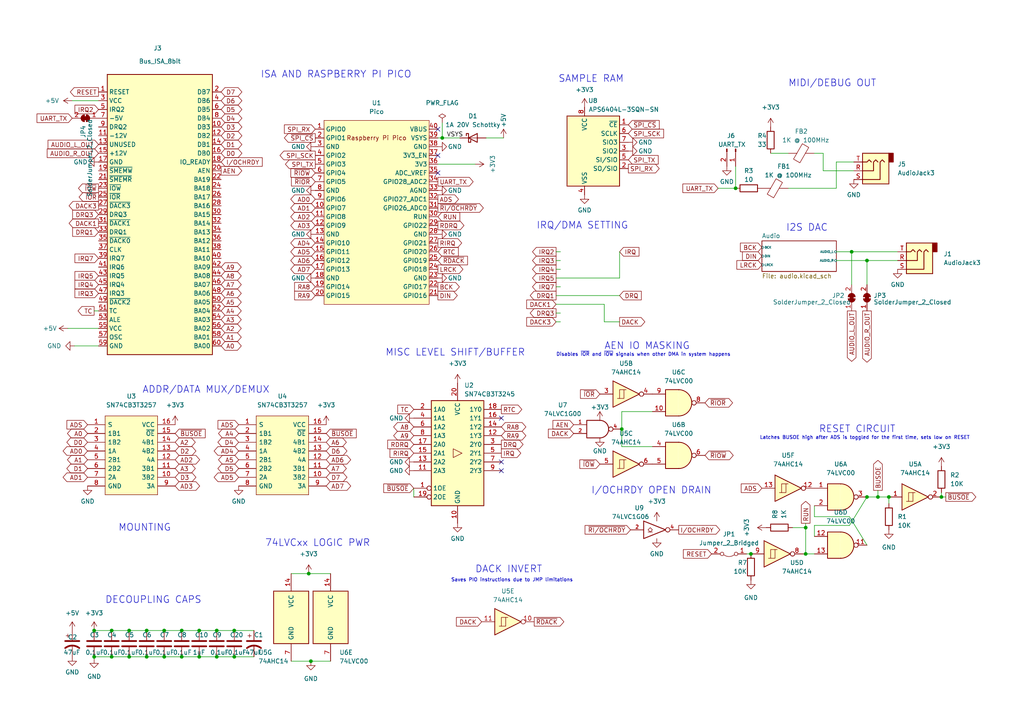
<source format=kicad_sch>
(kicad_sch (version 20230121) (generator eeschema)
  (paper "A4")
  (title_block (title "PicoGUS v1.1"))
  (junction (at 90.17 191.77))
  (junction (at 254.635 144.145))
  (junction (at 233.68 160.655))
  (junction (at 47.625 182.88))
  (junction (at 52.705 182.88))
  (junction (at 62.865 182.88))
  (junction (at 217.805 160.655))
  (junction (at 57.785 190.5))
  (junction (at 273.05 144.145))
  (junction (at 32.385 182.88))
  (junction (at 32.385 190.5))
  (junction (at 257.81 144.145))
  (junction (at 42.545 182.88))
  (junction (at 52.705 190.5))
  (junction (at 37.465 182.88))
  (junction (at 27.305 182.88))
  (junction (at 251.46 75.565))
  (junction (at 42.545 190.5))
  (junction (at 62.865 190.5))
  (junction (at 57.785 182.88))
  (junction (at 89.535 166.37))
  (junction (at 128.27 40.005))
  (junction (at 233.68 153.035))
  (junction (at 251.46 144.145))
  (junction (at 67.945 182.88))
  (junction (at 47.625 190.5))
  (junction (at 67.945 190.5))
  (junction (at 37.465 190.5))
  (junction (at 213.36 54.61))
  (junction (at 247.015 73.025))
  (junction (at 180.34 124.46))
  (junction (at 27.305 190.5))
  (no_connect (at 145.415 121.285))
  (no_connect (at 127 50.165))
  (no_connect (at 127 37.465))
  (no_connect (at 127 45.085))
  (no_connect (at 145.415 136.525))
  (no_connect (at 145.415 133.985))
  (wire (pts (xy 254.635 144.145) (xy 257.81 144.145)))
  (wire (pts (xy 242.57 75.565) (xy 251.46 75.565)))
  (wire (pts (xy 236.22 149.86) (xy 246.38 149.86)))
  (wire (pts (xy 161.29 88.265) (xy 175.26 88.265)))
  (wire (pts (xy 67.945 190.5) (xy 73.66 190.5)))
  (wire (pts (xy 223.52 44.45) (xy 228.6 44.45)))
  (wire (pts (xy 19.685 95.25) (xy 28.575 95.25)))
  (wire (pts (xy 161.29 75.565) (xy 162.56 75.565)))
  (wire (pts (xy 27.305 182.88) (xy 32.385 182.88)))
  (wire (pts (xy 161.29 93.345) (xy 162.56 93.345)))
  (wire (pts (xy 128.27 40.005) (xy 127 40.005)))
  (wire (pts (xy 213.36 48.26) (xy 213.36 54.61)))
  (wire (pts (xy 84.455 166.37) (xy 89.535 166.37)))
  (wire (pts (xy 238.76 49.53) (xy 247.65 49.53)))
  (wire (pts (xy 42.545 190.5) (xy 47.625 190.5)))
  (wire (pts (xy 90.17 191.77) (xy 95.885 191.77)))
  (wire (pts (xy 62.865 190.5) (xy 67.945 190.5)))
  (wire (pts (xy 216.535 160.655) (xy 217.805 160.655)))
  (wire (pts (xy 161.29 90.805) (xy 162.56 90.805)))
  (wire (pts (xy 236.22 149.86) (xy 236.22 146.685)))
  (wire (pts (xy 246.38 152.4) (xy 236.22 152.4)))
  (wire (pts (xy 242.57 46.99) (xy 247.65 46.99)))
  (wire (pts (xy 161.29 73.025) (xy 162.56 73.025)))
  (wire (pts (xy 257.81 144.145) (xy 258.445 144.145)))
  (wire (pts (xy 128.27 35.56) (xy 128.27 40.005)))
  (wire (pts (xy 20.955 29.21) (xy 28.575 29.21)))
  (wire (pts (xy 57.785 182.88) (xy 62.865 182.88)))
  (wire (pts (xy 161.29 78.105) (xy 162.56 78.105)))
  (wire (pts (xy 175.26 88.265) (xy 175.26 93.345)))
  (wire (pts (xy 273.05 142.875) (xy 273.05 144.145)))
  (wire (pts (xy 52.705 190.5) (xy 57.785 190.5)))
  (wire (pts (xy 89.535 166.37) (xy 95.885 166.37)))
  (wire (pts (xy 37.465 182.88) (xy 42.545 182.88)))
  (wire (pts (xy 161.29 85.725) (xy 179.705 85.725)))
  (wire (pts (xy 27.305 90.17) (xy 28.575 90.17)))
  (wire (pts (xy 208.28 54.61) (xy 213.36 54.61)))
  (wire (pts (xy 238.76 44.45) (xy 238.76 49.53)))
  (wire (pts (xy 27.305 190.5) (xy 32.385 190.5)))
  (wire (pts (xy 236.22 44.45) (xy 238.76 44.45)))
  (wire (pts (xy 236.22 152.4) (xy 236.22 155.575)))
  (wire (pts (xy 133.35 40.005) (xy 128.27 40.005)))
  (wire (pts (xy 21.59 100.33) (xy 28.575 100.33)))
  (wire (pts (xy 242.57 54.61) (xy 242.57 46.99)))
  (wire (pts (xy 47.625 190.5) (xy 52.705 190.5)))
  (wire (pts (xy 127 47.625) (xy 137.795 47.625)))
  (wire (pts (xy 32.385 190.5) (xy 37.465 190.5)))
  (wire (pts (xy 120.015 141.605) (xy 120.015 144.145)))
  (wire (pts (xy 247.015 73.025) (xy 247.015 82.55)))
  (wire (pts (xy 251.46 75.565) (xy 260.35 75.565)))
  (wire (pts (xy 42.545 182.88) (xy 47.625 182.88)))
  (wire (pts (xy 228.6 54.61) (xy 242.57 54.61)))
  (wire (pts (xy 247.015 73.025) (xy 260.35 73.025)))
  (wire (pts (xy 251.46 75.565) (xy 251.46 82.55)))
  (wire (pts (xy 175.26 93.345) (xy 179.705 93.345)))
  (wire (pts (xy 229.87 153.035) (xy 233.68 153.035)))
  (wire (pts (xy 67.945 182.88) (xy 73.66 182.88)))
  (wire (pts (xy 233.68 153.035) (xy 233.68 160.655)))
  (wire (pts (xy 161.29 80.645) (xy 179.705 80.645)))
  (wire (pts (xy 251.46 144.145) (xy 254.635 144.145)))
  (wire (pts (xy 180.34 129.54) (xy 189.23 129.54)))
  (wire (pts (xy 140.97 40.005) (xy 146.05 40.005)))
  (wire (pts (xy 179.705 80.645) (xy 179.705 73.025)))
  (wire (pts (xy 254.635 142.24) (xy 254.635 144.145)))
  (wire (pts (xy 233.68 160.655) (xy 236.22 160.655)))
  (wire (pts (xy 246.38 149.86) (xy 251.46 158.115)))
  (wire (pts (xy 251.46 144.145) (xy 246.38 152.4)))
  (wire (pts (xy 47.625 182.88) (xy 52.705 182.88)))
  (wire (pts (xy 189.23 119.38) (xy 180.34 119.38)))
  (wire (pts (xy 57.785 190.5) (xy 62.865 190.5)))
  (wire (pts (xy 37.465 190.5) (xy 42.545 190.5)))
  (wire (pts (xy 84.455 191.77) (xy 90.17 191.77)))
  (wire (pts (xy 233.045 160.655) (xy 233.68 160.655)))
  (wire (pts (xy 180.34 124.46) (xy 180.34 129.54)))
  (wire (pts (xy 52.705 182.88) (xy 57.785 182.88)))
  (wire (pts (xy 242.57 73.025) (xy 247.015 73.025)))
  (wire (pts (xy 257.81 144.145) (xy 257.81 146.05)))
  (wire (pts (xy 274.32 144.145) (xy 273.05 144.145)))
  (wire (pts (xy 62.865 182.88) (xy 67.945 182.88)))
  (wire (pts (xy 161.29 83.185) (xy 162.56 83.185)))
  (wire (pts (xy 32.385 182.88) (xy 37.465 182.88)))
  (wire (pts (xy 27.305 190.5) (xy 27.305 191.135)))
  (wire (pts (xy 180.34 119.38) (xy 180.34 124.46)))
  (wire (pts (xy 233.68 151.765) (xy 233.68 153.035)))
  (text "Saves PIO instructions due to JMP limitations" (at 130.81 168.91 0) (effects (font (size 1 1)) (justify left bottom)))
  (text "DECOUPLING CAPS" (at 30.48 175.26 0) (effects (font (size 2 2)) (justify left bottom)))
  (text "I2S DAC" (at 227.965 67.31 0) (effects (font (size 2 2)) (justify left bottom)))
  (text "Disables ~{IOR} and ~{IOW} signals when other DMA in system happens" (at 161.29 103.505 0) (effects (font (size 1 1)) (justify left bottom)))
  (text "Latches BUSOE high after ADS is toggled for the first time, sets low on RESET" (at 220.345 127.635 0) (effects (font (size 1 1)) (justify left bottom)))
  (text "MIDI/DEBUG OUT" (at 228.6 25.4 0) (effects (font (size 2 2)) (justify left bottom)))
  (text "MOUNTING" (at 34.29 154.305 0) (effects (font (size 2 2)) (justify left bottom)))
  (text "MISC LEVEL SHIFT/BUFFER" (at 111.76 103.505 0) (effects (font (size 2 2)) (justify left bottom)))
  (text "IRQ/DMA SETTING" (at 155.575 66.675 0) (effects (font (size 2 2)) (justify left bottom)))
  (text "DACK INVERT" (at 137.795 166.37 0) (effects (font (size 2 2)) (justify left bottom)))
  (text "ADDR/DATA MUX/DEMUX" (at 41.275 114.3 0) (effects (font (size 2 2)) (justify left bottom)))
  (text "SAMPLE RAM" (at 161.925 24.13 0) (effects (font (size 2 2)) (justify left bottom)))
  (text "AEN IO MASKING" (at 175.26 101.6 0) (effects (font (size 2 2)) (justify left bottom)))
  (text "ISA AND RASPBERRY PI PICO" (at 75.565 22.86 0) (effects (font (size 2 2)) (justify left bottom)))
  (text "RESET CIRCUIT" (at 237.49 125.73 0) (effects (font (size 2 2)) (justify left bottom)))
  (text "I/OCHRDY OPEN DRAIN" (at 171.45 143.51 0) (effects (font (size 2 2)) (justify left bottom)))
  (text "74LVCxx LOGIC PWR" (at 76.835 158.75 0) (effects (font (size 2 2)) (justify left bottom)))
  (label "VSYS" (at 129.54 40.005 0))
  (global_label "AUDIO_R_OUT" (shape output) (at 251.46 90.17 270) (property "Intersheetrefs" "${INTERSHEET_REFS}" (effects hide)))
  (global_label "~{BUSOE}" (shape input) (at 50.8 125.73 0) (property "Intersheetrefs" "${INTERSHEET_REFS}" (effects hide)))
  (global_label "IRQ3" (shape input) (at 28.575 85.09 180) (property "Intersheetrefs" "${INTERSHEET_REFS}" (effects hide)))
  (global_label "RUN" (shape output) (at 233.68 151.765 90) (property "Intersheetrefs" "${INTERSHEET_REFS}" (effects hide)))
  (global_label "A9" (shape bidirectional) (at 64.135 77.47 0) (property "Intersheetrefs" "${INTERSHEET_REFS}" (effects hide)))
  (global_label "D0" (shape bidirectional) (at 64.135 44.45 0) (property "Intersheetrefs" "${INTERSHEET_REFS}" (effects hide)))
  (global_label "D6" (shape bidirectional) (at 94.615 130.81 0) (property "Intersheetrefs" "${INTERSHEET_REFS}" (effects hide)))
  (global_label "LRCK" (shape output) (at 127 78.105 0) (property "Intersheetrefs" "${INTERSHEET_REFS}" (effects hide)))
  (global_label "~{BUSOE}" (shape output) (at 274.32 144.145 0) (property "Intersheetrefs" "${INTERSHEET_REFS}" (effects hide)))
  (global_label "ADS" (shape input) (at 220.98 141.605 180) (property "Intersheetrefs" "${INTERSHEET_REFS}" (effects hide)))
  (global_label "IRQ" (shape input) (at 179.705 73.025 0) (property "Intersheetrefs" "${INTERSHEET_REFS}" (effects hide)))
  (global_label "A0" (shape bidirectional) (at 64.135 100.33 0) (property "Intersheetrefs" "${INTERSHEET_REFS}" (effects hide)))
  (global_label "AUDIO_L_OUT" (shape output) (at 247.015 90.17 270) (property "Intersheetrefs" "${INTERSHEET_REFS}" (effects hide)))
  (global_label "AD6" (shape bidirectional) (at 94.615 133.35 0) (property "Intersheetrefs" "${INTERSHEET_REFS}" (effects hide)))
  (global_label "A1" (shape bidirectional) (at 64.135 97.79 0) (property "Intersheetrefs" "${INTERSHEET_REFS}" (effects hide)))
  (global_label "A3" (shape bidirectional) (at 50.8 135.89 0) (property "Intersheetrefs" "${INTERSHEET_REFS}" (effects hide)))
  (global_label "D5" (shape bidirectional) (at 69.215 135.89 180) (property "Intersheetrefs" "${INTERSHEET_REFS}" (effects hide)))
  (global_label "~{RIOR}" (shape input) (at 91.44 52.705 180) (property "Intersheetrefs" "${INTERSHEET_REFS}" (effects hide)))
  (global_label "DACK" (shape input) (at 139.7 180.34 180) (property "Intersheetrefs" "${INTERSHEET_REFS}" (effects hide)))
  (global_label "D7" (shape bidirectional) (at 94.615 138.43 0) (property "Intersheetrefs" "${INTERSHEET_REFS}" (effects hide)))
  (global_label "RTC" (shape output) (at 145.415 118.745 0) (property "Intersheetrefs" "${INTERSHEET_REFS}" (effects hide)))
  (global_label "IRQ3" (shape output) (at 161.29 75.565 180) (property "Intersheetrefs" "${INTERSHEET_REFS}" (effects hide)))
  (global_label "D4" (shape bidirectional) (at 69.215 128.27 180) (property "Intersheetrefs" "${INTERSHEET_REFS}" (effects hide)))
  (global_label "~{RIOR}" (shape bidirectional) (at 204.47 116.84 0) (property "Intersheetrefs" "${INTERSHEET_REFS}" (effects hide)))
  (global_label "UART_TX" (shape output) (at 127 52.705 0) (property "Intersheetrefs" "${INTERSHEET_REFS}" (effects hide)))
  (global_label "~{SPI_CS}" (shape input) (at 182.245 36.195 0) (property "Intersheetrefs" "${INTERSHEET_REFS}" (effects hide)))
  (global_label "D2" (shape bidirectional) (at 64.135 39.37 0) (property "Intersheetrefs" "${INTERSHEET_REFS}" (effects hide)))
  (global_label "RDRQ" (shape input) (at 120.015 128.905 180) (property "Intersheetrefs" "${INTERSHEET_REFS}" (effects hide)))
  (global_label "DACK1" (shape output) (at 28.575 64.77 180) (property "Intersheetrefs" "${INTERSHEET_REFS}" (effects hide)))
  (global_label "AD4" (shape bidirectional) (at 69.215 130.81 180) (property "Intersheetrefs" "${INTERSHEET_REFS}" (effects hide)))
  (global_label "D1" (shape bidirectional) (at 64.135 41.91 0) (property "Intersheetrefs" "${INTERSHEET_REFS}" (effects hide)))
  (global_label "DIN" (shape input) (at 220.98 74.295 180) (property "Intersheetrefs" "${INTERSHEET_REFS}" (effects hide)))
  (global_label "D1" (shape bidirectional) (at 25.4 135.89 180) (property "Intersheetrefs" "${INTERSHEET_REFS}" (effects hide)))
  (global_label "~{BUSOE}" (shape input) (at 120.015 141.605 180) (property "Intersheetrefs" "${INTERSHEET_REFS}" (effects hide)))
  (global_label "I{slash}OCHRDY" (shape output) (at 196.85 153.67 0) (property "Intersheetrefs" "${INTERSHEET_REFS}" (effects hide)))
  (global_label "AD1" (shape bidirectional) (at 91.44 60.325 180) (property "Intersheetrefs" "${INTERSHEET_REFS}" (effects hide)))
  (global_label "DRQ3" (shape input) (at 28.575 62.23 180) (property "Intersheetrefs" "${INTERSHEET_REFS}" (effects hide)))
  (global_label "TC" (shape input) (at 120.015 118.745 180) (property "Intersheetrefs" "${INTERSHEET_REFS}" (effects hide)))
  (global_label "~{RI{slash}OCHRDY}" (shape input) (at 182.88 153.67 180) (property "Intersheetrefs" "${INTERSHEET_REFS}" (effects hide)))
  (global_label "A8" (shape bidirectional) (at 64.135 80.01 0) (property "Intersheetrefs" "${INTERSHEET_REFS}" (effects hide)))
  (global_label "AD2" (shape bidirectional) (at 50.8 133.35 0) (property "Intersheetrefs" "${INTERSHEET_REFS}" (effects hide)))
  (global_label "SPI_SCK" (shape input) (at 182.245 38.735 0) (property "Intersheetrefs" "${INTERSHEET_REFS}" (effects hide)))
  (global_label "DACK" (shape output) (at 179.705 93.345 0) (property "Intersheetrefs" "${INTERSHEET_REFS}" (effects hide)))
  (global_label "BCK" (shape input) (at 220.98 71.755 180) (property "Intersheetrefs" "${INTERSHEET_REFS}" (effects hide)))
  (global_label "DACK1" (shape input) (at 161.29 88.265 180) (property "Intersheetrefs" "${INTERSHEET_REFS}" (effects hide)))
  (global_label "BUSOE" (shape output) (at 254.635 142.24 90) (property "Intersheetrefs" "${INTERSHEET_REFS}" (effects hide)))
  (global_label "IRQ" (shape output) (at 145.415 131.445 0) (property "Intersheetrefs" "${INTERSHEET_REFS}" (effects hide)))
  (global_label "A4" (shape bidirectional) (at 69.215 125.73 180) (property "Intersheetrefs" "${INTERSHEET_REFS}" (effects hide)))
  (global_label "A6" (shape bidirectional) (at 64.135 85.09 0) (property "Intersheetrefs" "${INTERSHEET_REFS}" (effects hide)))
  (global_label "DACK3" (shape output) (at 28.575 59.69 180) (property "Intersheetrefs" "${INTERSHEET_REFS}" (effects hide)))
  (global_label "UART_TX" (shape input) (at 20.955 34.29 180) (property "Intersheetrefs" "${INTERSHEET_REFS}" (effects hide)))
  (global_label "~{SPI_CS}" (shape output) (at 91.44 40.005 180) (property "Intersheetrefs" "${INTERSHEET_REFS}" (effects hide)))
  (global_label "~{IOW}" (shape input) (at 173.99 134.62 180) (property "Intersheetrefs" "${INTERSHEET_REFS}" (effects hide)))
  (global_label "AD1" (shape bidirectional) (at 25.4 138.43 180) (property "Intersheetrefs" "${INTERSHEET_REFS}" (effects hide)))
  (global_label "DRQ1" (shape output) (at 161.29 85.725 180) (property "Intersheetrefs" "${INTERSHEET_REFS}" (effects hide)))
  (global_label "IRQ7" (shape output) (at 161.29 83.185 180) (property "Intersheetrefs" "${INTERSHEET_REFS}" (effects hide)))
  (global_label "D3" (shape bidirectional) (at 50.8 138.43 0) (property "Intersheetrefs" "${INTERSHEET_REFS}" (effects hide)))
  (global_label "A2" (shape bidirectional) (at 64.135 95.25 0) (property "Intersheetrefs" "${INTERSHEET_REFS}" (effects hide)))
  (global_label "AD0" (shape bidirectional) (at 91.44 57.785 180) (property "Intersheetrefs" "${INTERSHEET_REFS}" (effects hide)))
  (global_label "A4" (shape bidirectional) (at 64.135 90.17 0) (property "Intersheetrefs" "${INTERSHEET_REFS}" (effects hide)))
  (global_label "IRQ7" (shape input) (at 28.575 74.93 180) (property "Intersheetrefs" "${INTERSHEET_REFS}" (effects hide)))
  (global_label "RA8" (shape bidirectional) (at 145.415 123.825 0) (property "Intersheetrefs" "${INTERSHEET_REFS}" (effects hide)))
  (global_label "D7" (shape bidirectional) (at 64.135 26.67 0) (property "Intersheetrefs" "${INTERSHEET_REFS}" (effects hide)))
  (global_label "AEN" (shape input) (at 166.37 123.19 180) (property "Intersheetrefs" "${INTERSHEET_REFS}" (effects hide)))
  (global_label "IRQ5" (shape output) (at 161.29 80.645 180) (property "Intersheetrefs" "${INTERSHEET_REFS}" (effects hide)))
  (global_label "~{RDACK}" (shape output) (at 154.94 180.34 0) (property "Intersheetrefs" "${INTERSHEET_REFS}" (effects hide)))
  (global_label "DIN" (shape output) (at 127 85.725 0) (property "Intersheetrefs" "${INTERSHEET_REFS}" (effects hide)))
  (global_label "AD3" (shape bidirectional) (at 50.8 140.97 0) (property "Intersheetrefs" "${INTERSHEET_REFS}" (effects hide)))
  (global_label "~{IOW}" (shape output) (at 28.575 54.61 180) (property "Intersheetrefs" "${INTERSHEET_REFS}" (effects hide)))
  (global_label "~{IOR}" (shape output) (at 28.575 57.15 180) (property "Intersheetrefs" "${INTERSHEET_REFS}" (effects hide)))
  (global_label "A2" (shape bidirectional) (at 50.8 128.27 0) (property "Intersheetrefs" "${INTERSHEET_REFS}" (effects hide)))
  (global_label "~{RI{slash}OCHRDY}" (shape output) (at 127 60.325 0) (property "Intersheetrefs" "${INTERSHEET_REFS}" (effects hide)))
  (global_label "ADS" (shape input) (at 25.4 123.19 180) (property "Intersheetrefs" "${INTERSHEET_REFS}" (effects hide)))
  (global_label "DRQ1" (shape input) (at 28.575 67.31 180) (property "Intersheetrefs" "${INTERSHEET_REFS}" (effects hide)))
  (global_label "AD2" (shape bidirectional) (at 91.44 62.865 180) (property "Intersheetrefs" "${INTERSHEET_REFS}" (effects hide)))
  (global_label "SPI_TX" (shape input) (at 182.245 46.355 0) (property "Intersheetrefs" "${INTERSHEET_REFS}" (effects hide)))
  (global_label "A0" (shape bidirectional) (at 25.4 125.73 180) (property "Intersheetrefs" "${INTERSHEET_REFS}" (effects hide)))
  (global_label "RESET" (shape input) (at 206.375 160.655 180) (property "Intersheetrefs" "${INTERSHEET_REFS}" (effects hide)))
  (global_label "AD6" (shape bidirectional) (at 91.44 75.565 180) (property "Intersheetrefs" "${INTERSHEET_REFS}" (effects hide)))
  (global_label "AD4" (shape bidirectional) (at 91.44 70.485 180) (property "Intersheetrefs" "${INTERSHEET_REFS}" (effects hide)))
  (global_label "~{RIOW}" (shape input) (at 91.44 50.165 180) (property "Intersheetrefs" "${INTERSHEET_REFS}" (effects hide)))
  (global_label "D5" (shape bidirectional) (at 64.135 31.75 0) (property "Intersheetrefs" "${INTERSHEET_REFS}" (effects hide)))
  (global_label "IRQ4" (shape input) (at 28.575 82.55 180) (property "Intersheetrefs" "${INTERSHEET_REFS}" (effects hide)))
  (global_label "D2" (shape bidirectional) (at 50.8 130.81 0) (property "Intersheetrefs" "${INTERSHEET_REFS}" (effects hide)))
  (global_label "AD0" (shape bidirectional) (at 25.4 130.81 180) (property "Intersheetrefs" "${INTERSHEET_REFS}" (effects hide)))
  (global_label "IRQ2" (shape input) (at 28.575 31.75 180) (property "Intersheetrefs" "${INTERSHEET_REFS}" (effects hide)))
  (global_label "LRCK" (shape input) (at 220.98 76.835 180) (property "Intersheetrefs" "${INTERSHEET_REFS}" (effects hide)))
  (global_label "RA8" (shape input) (at 91.44 83.185 180) (property "Intersheetrefs" "${INTERSHEET_REFS}" (effects hide)))
  (global_label "SPI_RX" (shape input) (at 91.44 37.465 180) (property "Intersheetrefs" "${INTERSHEET_REFS}" (effects hide)))
  (global_label "RA9" (shape bidirectional) (at 145.415 126.365 0) (property "Intersheetrefs" "${INTERSHEET_REFS}" (effects hide)))
  (global_label "SPI_SCK" (shape output) (at 91.44 45.085 180) (property "Intersheetrefs" "${INTERSHEET_REFS}" (effects hide)))
  (global_label "RIRQ" (shape output) (at 127 70.485 0) (property "Intersheetrefs" "${INTERSHEET_REFS}" (effects hide)))
  (global_label "TC" (shape output) (at 27.305 90.17 180) (property "Intersheetrefs" "${INTERSHEET_REFS}" (effects hide)))
  (global_label "A7" (shape bidirectional) (at 64.135 82.55 0) (property "Intersheetrefs" "${INTERSHEET_REFS}" (effects hide)))
  (global_label "SPI_RX" (shape output) (at 182.245 48.895 0) (property "Intersheetrefs" "${INTERSHEET_REFS}" (effects hide)))
  (global_label "A5" (shape bidirectional) (at 69.215 133.35 180) (property "Intersheetrefs" "${INTERSHEET_REFS}" (effects hide)))
  (global_label "RESET" (shape output) (at 28.575 26.67 180) (property "Intersheetrefs" "${INTERSHEET_REFS}" (effects hide)))
  (global_label "RDRQ" (shape output) (at 127 65.405 0) (property "Intersheetrefs" "${INTERSHEET_REFS}" (effects hide)))
  (global_label "AUDIO_R_OUT" (shape input) (at 28.575 44.45 180) (property "Intersheetrefs" "${INTERSHEET_REFS}" (effects hide)))
  (global_label "AUDIO_L_OUT" (shape input) (at 28.575 41.91 180) (property "Intersheetrefs" "${INTERSHEET_REFS}" (effects hide)))
  (global_label "D4" (shape bidirectional) (at 64.135 34.29 0) (property "Intersheetrefs" "${INTERSHEET_REFS}" (effects hide)))
  (global_label "I{slash}OCHRDY" (shape input) (at 64.135 46.99 0) (property "Intersheetrefs" "${INTERSHEET_REFS}" (effects hide)))
  (global_label "AD3" (shape bidirectional) (at 91.44 65.405 180) (property "Intersheetrefs" "${INTERSHEET_REFS}" (effects hide)))
  (global_label "AEN" (shape output) (at 64.135 49.53 0) (property "Intersheetrefs" "${INTERSHEET_REFS}" (effects hide)))
  (global_label "RIRQ" (shape input) (at 120.015 131.445 180) (property "Intersheetrefs" "${INTERSHEET_REFS}" (effects hide)))
  (global_label "AD7" (shape bidirectional) (at 91.44 78.105 180) (property "Intersheetrefs" "${INTERSHEET_REFS}" (effects hide)))
  (global_label "DRQ" (shape output) (at 145.415 128.905 0) (property "Intersheetrefs" "${INTERSHEET_REFS}" (effects hide)))
  (global_label "A9" (shape bidirectional) (at 120.015 126.365 180) (property "Intersheetrefs" "${INTERSHEET_REFS}" (effects hide)))
  (global_label "ADS" (shape input) (at 69.215 123.19 180) (property "Intersheetrefs" "${INTERSHEET_REFS}" (effects hide)))
  (global_label "D3" (shape bidirectional) (at 64.135 36.83 0) (property "Intersheetrefs" "${INTERSHEET_REFS}" (effects hide)))
  (global_label "A1" (shape bidirectional) (at 25.4 133.35 180) (property "Intersheetrefs" "${INTERSHEET_REFS}" (effects hide)))
  (global_label "A5" (shape bidirectional) (at 64.135 87.63 0) (property "Intersheetrefs" "${INTERSHEET_REFS}" (effects hide)))
  (global_label "DACK3" (shape input) (at 161.29 93.345 180) (property "Intersheetrefs" "${INTERSHEET_REFS}" (effects hide)))
  (global_label "A7" (shape bidirectional) (at 94.615 135.89 0) (property "Intersheetrefs" "${INTERSHEET_REFS}" (effects hide)))
  (global_label "~{IOR}" (shape input) (at 173.99 114.3 180) (property "Intersheetrefs" "${INTERSHEET_REFS}" (effects hide)))
  (global_label "~{BUSOE}" (shape input) (at 94.615 125.73 0) (property "Intersheetrefs" "${INTERSHEET_REFS}" (effects hide)))
  (global_label "BCK" (shape output) (at 127 83.185 0) (property "Intersheetrefs" "${INTERSHEET_REFS}" (effects hide)))
  (global_label "ADS" (shape output) (at 127 57.785 0) (property "Intersheetrefs" "${INTERSHEET_REFS}" (effects hide)))
  (global_label "IRQ4" (shape output) (at 161.29 78.105 180) (property "Intersheetrefs" "${INTERSHEET_REFS}" (effects hide)))
  (global_label "~{RDACK}" (shape input) (at 127 75.565 0) (property "Intersheetrefs" "${INTERSHEET_REFS}" (effects hide)))
  (global_label "RTC" (shape input) (at 127 73.025 0) (property "Intersheetrefs" "${INTERSHEET_REFS}" (effects hide)))
  (global_label "DRQ" (shape input) (at 179.705 85.725 0) (property "Intersheetrefs" "${INTERSHEET_REFS}" (effects hide)))
  (global_label "D6" (shape bidirectional) (at 64.135 29.21 0) (property "Intersheetrefs" "${INTERSHEET_REFS}" (effects hide)))
  (global_label "D0" (shape bidirectional) (at 25.4 128.27 180) (property "Intersheetrefs" "${INTERSHEET_REFS}" (effects hide)))
  (global_label "RUN" (shape input) (at 127 62.865 0) (property "Intersheetrefs" "${INTERSHEET_REFS}" (effects hide)))
  (global_label "AD5" (shape bidirectional) (at 69.215 138.43 180) (property "Intersheetrefs" "${INTERSHEET_REFS}" (effects hide)))
  (global_label "IRQ2" (shape output) (at 161.29 73.025 180) (property "Intersheetrefs" "${INTERSHEET_REFS}" (effects hide)))
  (global_label "A3" (shape bidirectional) (at 64.135 92.71 0) (property "Intersheetrefs" "${INTERSHEET_REFS}" (effects hide)))
  (global_label "DRQ3" (shape output) (at 161.29 90.805 180) (property "Intersheetrefs" "${INTERSHEET_REFS}" (effects hide)))
  (global_label "A6" (shape bidirectional) (at 94.615 128.27 0) (property "Intersheetrefs" "${INTERSHEET_REFS}" (effects hide)))
  (global_label "AD5" (shape bidirectional) (at 91.44 73.025 180) (property "Intersheetrefs" "${INTERSHEET_REFS}" (effects hide)))
  (global_label "UART_TX" (shape input) (at 208.28 54.61 180) (property "Intersheetrefs" "${INTERSHEET_REFS}" (effects hide)))
  (global_label "AD7" (shape bidirectional) (at 94.615 140.97 0) (property "Intersheetrefs" "${INTERSHEET_REFS}" (effects hide)))
  (global_label "~{RIOW}" (shape bidirectional) (at 204.47 132.08 0) (property "Intersheetrefs" "${INTERSHEET_REFS}" (effects hide)))
  (global_label "IRQ5" (shape input) (at 28.575 80.01 180) (property "Intersheetrefs" "${INTERSHEET_REFS}" (effects hide)))
  (global_label "DACK" (shape input) (at 166.37 125.73 180) (property "Intersheetrefs" "${INTERSHEET_REFS}" (effects hide)))
  (global_label "A8" (shape bidirectional) (at 120.015 123.825 180) (property "Intersheetrefs" "${INTERSHEET_REFS}" (effects hide)))
  (global_label "RA9" (shape input) (at 91.44 85.725 180) (property "Intersheetrefs" "${INTERSHEET_REFS}" (effects hide)))
  (global_label "SPI_TX" (shape output) (at 91.44 47.625 180) (property "Intersheetrefs" "${INTERSHEET_REFS}" (effects hide)))
  (symbol (lib_id "Connector:Bus_ISA_8bit") (at 46.355 62.23 0) (unit 1)
    (property "Reference" "J3" (at 45.72 13.97 0))
    (property "Value" "Bus_ISA_8bit" (at 46.355 17.78 0))
    (property "Footprint" "PiGUS library:EDGE-60" (effects hide))
    (property "Datasheet" "https://en.wikipedia.org/wiki/Industry_Standard_Architecture" (effects hide))
  )
  (symbol (lib_id "power:+3.3V") (at 50.8 123.19 0) (unit 1)
    (property "Reference" "#PWR016" (effects hide))
    (property "Value" "+3.3V" (at 50.8 117.475 0))
  )
  (symbol (lib_id "Device:R") (at 273.05 139.065 0) (unit 1)
    (property "Reference" "R2" (at 275.59 137.7949 0) (effects (justify left)))
    (property "Value" "10K" (at 275.59 140.3349 0) (effects (justify left)))
    (property "Footprint" "Resistor_SMD:R_0402_1005Metric" (effects hide))
  )
  (symbol (lib_id "power:GND") (at 69.215 140.97 0) (unit 1)
    (property "Reference" "#PWR0108" (effects hide))
    (property "Value" "GND" (at 69.215 145.415 0))
  )
  (symbol (lib_id "power:+3.3V") (at 173.99 121.92 0) (unit 1)
    (property "Reference" "#PWR0115" (effects hide))
    (property "Value" "+3.3V" (at 173.99 118.11 0))
  )
  (symbol (lib_id "Jumper:SolderJumper_2_Bridged") (at 24.765 34.29 180) (unit 1)
    (property "Reference" "JP4" (at 24.13 40.005 90) (effects (justify right)))
    (property "Value" "SolderJumper_2_Closed" (at 26.035 57.15 90) (effects (justify right)))
    (property "Footprint" "Jumper:SolderJumper-2_P1.3mm_Bridged_RoundedPad1.0x1.5mm" (effects hide))
  )
  (symbol (lib_id "Connector_Audio:AudioJack3") (at 252.73 49.53 180) (unit 1)
    (property "Reference" "J5" (at 260.35 47.625 0) (effects (justify right)))
    (property "Value" "AudioJack3" (at 260.35 50.165 0) (effects (justify right)))
    (property "Footprint" "PiGUS library:PJ-231F-4A" (effects hide))
  )
  (symbol (lib_id "power:GND") (at 120.015 133.985 270) (unit 1)
    (property "Reference" "#PWR0118" (effects hide))
    (property "Value" "GND" (at 114.935 133.985 90))
  )
  (symbol (lib_id "Device:R") (at 226.06 153.035 270) (unit 1)
    (property "Reference" "R8" (at 224.79 150.495 0) (effects (justify right)))
    (property "Value" "1K" (at 227.33 150.495 0) (effects (justify right)))
    (property "Footprint" "Resistor_SMD:R_0402_1005Metric" (effects hide))
  )
  (symbol (lib_id "Jumper:SolderJumper_2_Bridged") (at 247.015 86.36 90) (unit 1)
    (property "Reference" "JP2" (at 241.3 85.725 90) (effects (justify right)))
    (property "Value" "SolderJumper_2_Closed" (at 224.155 87.63 90) (effects (justify right)))
    (property "Footprint" "Jumper:SolderJumper-2_P1.3mm_Bridged_RoundedPad1.0x1.5mm" (effects hide))
  )
  (symbol (lib_id "power:GND") (at 20.955 190.5 0) (unit 1)
    (property "Reference" "#PWR0150" (effects hide))
    (property "Value" "GND" (at 20.955 194.945 0))
  )
  (symbol (lib_id "Device:D_Schottky") (at 137.16 40.005 0) (unit 1)
    (property "Reference" "D1" (at 137.16 33.655 0))
    (property "Value" "1A 20V Schottky" (at 137.16 36.195 0))
    (property "Footprint" "Diode_SMD:D_SOD-123F" (effects hide))
  )
  (symbol (lib_id "power:GND") (at 25.4 140.97 0) (unit 1)
    (property "Reference" "#PWR0103" (effects hide))
    (property "Value" "GND" (at 25.4 145.415 0))
  )
  (symbol (lib_id "power:PWR_FLAG") (at 128.27 35.56 0) (unit 1)
    (property "Reference" "#FLG0101" (effects hide))
    (property "Value" "PWR_FLAG" (at 128.27 29.845 0))
  )
  (symbol (lib_id "Device:C") (at 62.865 186.69 0) (unit 1)
    (property "Reference" "C9" (at 61.595 184.15 0) (effects (justify left)))
    (property "Value" "0.1uF" (at 60.96 189.23 0) (effects (justify left)))
    (property "Footprint" "Capacitor_SMD:C_0402_1005Metric" (effects hide))
  )
  (symbol (lib_id "power:GND") (at 257.81 153.67 0) (unit 1)
    (property "Reference" "#PWR0102" (effects hide))
    (property "Value" "GND" (at 257.81 158.75 0))
  )
  (symbol (lib_id "power:GND") (at 210.82 48.26 0) (unit 1)
    (property "Reference" "#PWR0106" (effects hide))
    (property "Value" "GND" (at 210.82 52.705 0))
  )
  (symbol (lib_id "power:GND") (at 182.245 41.275 90) (unit 1)
    (property "Reference" "#PWR08" (effects hide))
    (property "Value" "GND" (at 189.23 41.275 90) (effects (justify left)))
  )
  (symbol (lib_id "Device:C") (at 52.705 186.69 0) (unit 1)
    (property "Reference" "C8" (at 51.435 184.15 0) (effects (justify left)))
    (property "Value" "0.1uF" (at 50.165 189.23 0) (effects (justify left)))
    (property "Footprint" "Capacitor_SMD:C_0402_1005Metric" (effects hide))
  )
  (symbol (lib_id "74xx:74LS14") (at 181.61 134.62 0) (unit 3)
    (property "Reference" "U5" (at 181.61 125.73 0))
    (property "Value" "74AHC14" (at 181.61 128.27 0))
    (property "Footprint" "Package_SO:TSSOP-14_4.4x5mm_P0.65mm" (effects hide))
    (property "Datasheet" "https://www.ti.com/product/SN74AHC14" (effects hide))
  )
  (symbol (lib_id "Device:C") (at 67.945 186.69 0) (unit 1)
    (property "Reference" "C20" (at 66.675 184.15 0) (effects (justify left)))
    (property "Value" "0.1uF" (at 66.04 189.23 0) (effects (justify left)))
    (property "Footprint" "Capacitor_SMD:C_0402_1005Metric" (effects hide))
  )
  (symbol (lib_id "power:GND") (at 91.44 67.945 270) (unit 1)
    (property "Reference" "#PWR03" (effects hide))
    (property "Value" "GND" (at 84.455 67.945 90) (effects (justify left)))
  )
  (symbol (lib_id "74xx:74HC244") (at 132.715 131.445 0) (unit 1)
    (property "Reference" "U2" (at 134.6709 111.76 0) (effects (justify left)))
    (property "Value" "SN74CB3T3245" (at 134.6709 114.3 0) (effects (justify left)))
    (property "Footprint" "Package_SO:TSSOP-20_4.4x6.5mm_P0.65mm" (effects hide))
    (property "Datasheet" "https://assets.nexperia.com/documents/data-sheet/74LVC_LVCH244A.pdf" (effects hide))
  )
  (symbol (lib_id "Device:C") (at 27.305 186.69 0) (unit 1)
    (property "Reference" "C3" (at 26.035 184.15 0) (effects (justify left)))
    (property "Value" "0.1uF" (at 24.765 189.23 0) (effects (justify left)))
    (property "Footprint" "Capacitor_SMD:C_0402_1005Metric" (effects hide))
  )
  (symbol (lib_id "74xx:74LS14") (at 181.61 114.3 0) (unit 2)
    (property "Reference" "U5" (at 181.61 105.41 0))
    (property "Value" "74AHC14" (at 181.61 107.95 0))
    (property "Footprint" "Package_SO:TSSOP-14_4.4x5mm_P0.65mm" (effects hide))
    (property "Datasheet" "https://www.ti.com/product/SN74AHC14" (effects hide))
  )
  (symbol (lib_id "power:+3.3V") (at 273.05 135.255 0) (unit 1)
    (property "Reference" "#PWR0105" (effects hide))
    (property "Value" "+3.3V" (at 273.05 129.54 0))
  )
  (symbol (lib_id "PiGUS library:Pico") (at 109.22 61.595 0) (unit 1)
    (property "Reference" "U1" (at 109.22 29.845 0))
    (property "Value" "Pico" (at 109.22 32.385 0))
    (property "Footprint" "PiGUS library:RPi_Pico_SMD_TH" (effects hide))
  )
  (symbol (lib_id "Device:C") (at 32.385 186.69 0) (unit 1)
    (property "Reference" "C4" (at 31.115 184.15 0) (effects (justify left)))
    (property "Value" "0.1uF" (at 29.845 189.23 0) (effects (justify left)))
    (property "Footprint" "Capacitor_SMD:C_0402_1005Metric" (effects hide))
  )
  (symbol (lib_id "74xx:74LS00") (at 196.85 116.84 0) (unit 3)
    (property "Reference" "U6" (at 196.85 107.95 0))
    (property "Value" "74LVC00" (at 196.85 110.49 0))
    (property "Footprint" "Package_SO:TSSOP-14_4.4x5mm_P0.65mm" (effects hide))
    (property "Datasheet" "http://www.ti.com/lit/gpn/sn74lvc00a" (effects hide))
  )
  (symbol (lib_id "power:+3.3V") (at 190.5 151.13 0) (unit 1)
    (property "Reference" "#PWR0120" (effects hide))
    (property "Value" "+3.3V" (at 190.5 145.415 0))
  )
  (symbol (lib_id "74xx:74LS14") (at 228.6 141.605 0) (unit 6)
    (property "Reference" "U5" (at 228.6 132.08 0))
    (property "Value" "74AHC14" (at 228.6 134.62 0))
    (property "Footprint" "Package_SO:TSSOP-14_4.4x5mm_P0.65mm" (effects hide))
    (property "Datasheet" "https://www.ti.com/product/SN74AHC14" (effects hide))
  )
  (symbol (lib_id "power:GND") (at 190.5 156.21 0) (unit 1)
    (property "Reference" "#PWR0119" (effects hide))
    (property "Value" "GND" (at 190.5 160.655 0))
  )
  (symbol (lib_id "power:GND") (at 217.805 168.275 0) (unit 1)
    (property "Reference" "#PWR028" (effects hide))
    (property "Value" "GND" (at 217.805 173.355 0))
  )
  (symbol (lib_id "74xx:74LS00") (at 243.84 144.145 0) (unit 1)
    (property "Reference" "U6" (at 243.84 134.62 0))
    (property "Value" "74LVC00" (at 243.84 137.16 0))
    (property "Footprint" "Package_SO:TSSOP-14_4.4x5mm_P0.65mm" (effects hide))
    (property "Datasheet" "http://www.ti.com/lit/gpn/sn74lvc00a" (effects hide))
  )
  (symbol (lib_id "PiGUS library:74FST3257DR2G") (at 69.215 123.19 0) (unit 1)
    (property "Reference" "U4" (at 81.915 114.935 0))
    (property "Value" "SN74CB3T3257" (at 81.915 117.475 0))
    (property "Footprint" "Package_SO:TSSOP-16_4.4x5mm_P0.65mm" (effects hide))
    (property "Datasheet" "https://componentsearchengine.com/Datasheets/2/74FST3257DR2G.pdf" (effects hide))
    (property "Description" "74FST3257DR2G, LOG QUAD 2:1 MULTIPLEXER ON Semiconductor 74FST3257DR2G, Multiplexer Switch IC Quad 2:1 Demultiplexer, 4  5.5 V, 16-Pin SOIC" (effects hide))
    (property "Height" "1.75" (effects hide))
    (property "Manufacturer_Name" "onsemi" (effects hide))
    (property "Manufacturer_Part_Number" "74FST3257DR2G" (effects hide))
    (property "Mouser Part Number" "863-74FST3257DR2G" (effects hide))
    (property "Mouser Price/Stock" "https://www.mouser.co.uk/ProductDetail/onsemi/74FST3257DR2G?qs=OSf9jACorvaK4JqsHVrhPw%3D%3D" (effects hide))
    (property "Arrow Part Number" "74FST3257DR2G" (effects hide))
    (property "Arrow Price/Stock" "https://www.arrow.com/en/products/74fst3257dr2g/on-semiconductor?region=nac" (effects hide))
  )
  (symbol (lib_name "74FST3257DR2G_1") (lib_id "PiGUS library:74FST3257DR2G") (at 25.4 123.19 0) (unit 1)
    (property "Reference" "U3" (at 38.1 114.935 0))
    (property "Value" "SN74CB3T3257" (at 38.1 117.475 0))
    (property "Footprint" "Package_SO:TSSOP-16_4.4x5mm_P0.65mm" (effects hide))
    (property "Datasheet" "https://componentsearchengine.com/Datasheets/2/74FST3257DR2G.pdf" (effects hide))
    (property "Description" "74FST3257DR2G, LOG QUAD 2:1 MULTIPLEXER ON Semiconductor 74FST3257DR2G, Multiplexer Switch IC Quad 2:1 Demultiplexer, 4  5.5 V, 16-Pin SOIC" (effects hide))
    (property "Height" "1.75" (effects hide))
    (property "Manufacturer_Name" "onsemi" (effects hide))
    (property "Manufacturer_Part_Number" "74FST3257DR2G" (effects hide))
    (property "Mouser Part Number" "863-74FST3257DR2G" (effects hide))
    (property "Mouser Price/Stock" "https://www.mouser.co.uk/ProductDetail/onsemi/74FST3257DR2G?qs=OSf9jACorvaK4JqsHVrhPw%3D%3D" (effects hide))
    (property "Arrow Part Number" "74FST3257DR2G" (effects hide))
    (property "Arrow Price/Stock" "https://www.arrow.com/en/products/74fst3257dr2g/on-semiconductor?region=nac" (effects hide))
  )
  (symbol (lib_id "Device:R") (at 223.52 40.64 180) (unit 1)
    (property "Reference" "R4" (at 219.71 39.37 0) (effects (justify right)))
    (property "Value" "33" (at 219.71 41.91 0) (effects (justify right)))
    (property "Footprint" "Resistor_SMD:R_0805_2012Metric" (effects hide))
  )
  (symbol (lib_id "power:GND") (at 127 67.945 90) (unit 1)
    (property "Reference" "#PWR013" (effects hide))
    (property "Value" "GND" (at 133.985 67.945 90) (effects (justify left)))
  )
  (symbol (lib_id "74xx:74LS00") (at 243.84 158.115 0) (unit 4)
    (property "Reference" "U6" (at 243.84 148.59 0))
    (property "Value" "74LVC00" (at 243.84 151.13 0))
    (property "Footprint" "Package_SO:TSSOP-14_4.4x5mm_P0.65mm" (effects hide))
    (property "Datasheet" "http://www.ti.com/lit/gpn/sn74lvc00a" (effects hide))
  )
  (symbol (lib_id "power:+3.3V") (at 132.715 111.125 0) (unit 1)
    (property "Reference" "#PWR0141" (effects hide))
    (property "Value" "+3.3V" (at 132.715 105.41 0))
  )
  (symbol (lib_id "power:GND") (at 120.015 121.285 270) (unit 1)
    (property "Reference" "#PWR0101" (effects hide))
    (property "Value" "GND" (at 114.935 121.285 90))
  )
  (symbol (lib_id "74xx:74LS14") (at 265.43 144.145 0) (unit 1)
    (property "Reference" "U5" (at 265.43 134.62 0))
    (property "Value" "74AHC14" (at 265.43 137.16 0))
    (property "Footprint" "Package_SO:TSSOP-14_4.4x5mm_P0.65mm" (effects hide))
    (property "Datasheet" "https://www.ti.com/product/SN74AHC14" (effects hide))
  )
  (symbol (lib_id "Memory_RAM:ESP-PSRAM32") (at 172.085 43.815 0) (unit 1)
    (property "Reference" "U8" (at 173.355 29.21 0) (effects (justify right)))
    (property "Value" "APS6404L-3SQN-SN" (at 191.135 31.75 0) (effects (justify right)))
    (property "Footprint" "Package_SO:SOIC-8_3.9x4.9mm_P1.27mm" (effects hide))
    (property "Datasheet" "https://www.espressif.com/sites/default/files/documentation/esp-psram32_datasheet_en.pdf" (effects hide))
  )
  (symbol (lib_id "power:GND") (at 247.65 52.07 0) (unit 1)
    (property "Reference" "#PWR0107" (effects hide))
    (property "Value" "GND" (at 247.65 56.515 0))
  )
  (symbol (lib_id "74xGxx:74LVC1G00") (at 173.99 124.46 0) (unit 1)
    (property "Reference" "U7" (at 163.195 117.475 0))
    (property "Value" "74LVC1G00" (at 163.195 120.015 0))
    (property "Footprint" "Package_TO_SOT_SMD:SOT-23-5" (effects hide))
    (property "Datasheet" "http://www.ti.com/lit/sg/scyt129e/scyt129e.pdf" (effects hide))
  )
  (symbol (lib_id "74xx:74LS14") (at 147.32 180.34 0) (unit 5)
    (property "Reference" "U5" (at 147.32 171.45 0))
    (property "Value" "74AHC14" (at 147.32 173.99 0))
    (property "Footprint" "Package_SO:TSSOP-14_4.4x5mm_P0.65mm" (effects hide))
    (property "Datasheet" "https://www.ti.com/product/SN74AHC14" (effects hide))
  )
  (symbol (lib_id "power:+5V") (at 20.955 182.88 0) (unit 1)
    (property "Reference" "#PWR0151" (effects hide))
    (property "Value" "+5V" (at 20.955 177.8 0))
  )
  (symbol (lib_id "74xx:74LS00") (at 95.885 179.07 0) (unit 5)
    (property "Reference" "U6" (at 98.425 189.23 0) (effects (justify left)))
    (property "Value" "74LVC00" (at 98.425 191.77 0) (effects (justify left)))
    (property "Footprint" "Package_SO:TSSOP-14_4.4x5mm_P0.65mm" (effects hide))
    (property "Datasheet" "http://www.ti.com/lit/gpn/sn74lvc00a" (effects hide))
  )
  (symbol (lib_id "power:GND") (at 182.245 43.815 90) (unit 1)
    (property "Reference" "#PWR09" (effects hide))
    (property "Value" "GND" (at 189.23 43.815 90) (effects (justify left)))
  )
  (symbol (lib_id "Device:C_Polarized_US") (at 73.66 186.69 0) (unit 1)
    (property "Reference" "C1" (at 73.66 184.15 0) (effects (justify left)))
    (property "Value" "47uF" (at 71.12 189.23 0) (effects (justify left)))
    (property "Footprint" "Capacitor_Tantalum_SMD:CP_EIA-3528-21_Kemet-B" (effects hide))
  )
  (symbol (lib_id "power:+3.3V") (at 94.615 123.19 0) (unit 1)
    (property "Reference" "#PWR017" (effects hide))
    (property "Value" "+3.3V" (at 94.615 117.475 0))
  )
  (symbol (lib_id "power:GND") (at 127 42.545 90) (unit 1)
    (property "Reference" "#PWR011" (effects hide))
    (property "Value" "GND" (at 133.985 42.545 90) (effects (justify left)))
  )
  (symbol (lib_id "power:GND") (at 120.015 136.525 270) (unit 1)
    (property "Reference" "#PWR0116" (effects hide))
    (property "Value" "GND" (at 114.935 136.525 90))
  )
  (symbol (lib_id "power:GND") (at 90.17 191.77 0) (unit 1)
    (property "Reference" "#PWR0110" (effects hide))
    (property "Value" "GND" (at 90.17 196.85 0))
  )
  (symbol (lib_id "power:+5V") (at 19.685 95.25 90) (unit 1)
    (property "Reference" "#PWR0146" (effects hide))
    (property "Value" "+5V" (at 16.51 95.2499 90) (effects (justify left)))
  )
  (symbol (lib_id "74xx:74LS14") (at 225.425 160.655 0) (unit 4)
    (property "Reference" "U5" (at 231.14 163.195 0))
    (property "Value" "74AHC14" (at 231.14 165.735 0))
    (property "Footprint" "Package_SO:TSSOP-14_4.4x5mm_P0.65mm" (effects hide))
    (property "Datasheet" "https://www.ti.com/product/SN74AHC14" (effects hide))
  )
  (symbol (lib_id "Device:C") (at 57.785 186.69 0) (unit 1)
    (property "Reference" "C10" (at 56.515 184.15 0) (effects (justify left)))
    (property "Value" "1uF" (at 55.88 189.23 0) (effects (justify left)))
    (property "Footprint" "Capacitor_SMD:C_0402_1005Metric" (effects hide))
  )
  (symbol (lib_id "power:GND") (at 127 55.245 90) (unit 1)
    (property "Reference" "#PWR012" (effects hide))
    (property "Value" "GND" (at 133.985 55.245 90) (effects (justify left)))
  )
  (symbol (lib_id "Jumper:SolderJumper_2_Bridged") (at 251.46 86.36 90) (unit 1)
    (property "Reference" "JP3" (at 253.365 85.725 90) (effects (justify right)))
    (property "Value" "SolderJumper_2_Closed" (at 253.365 87.63 90) (effects (justify right)))
    (property "Footprint" "Jumper:SolderJumper-2_P1.3mm_Bridged_RoundedPad1.0x1.5mm" (effects hide))
  )
  (symbol (lib_id "Device:R") (at 257.81 149.86 0) (unit 1)
    (property "Reference" "R1" (at 260.35 149.86 0) (effects (justify left)))
    (property "Value" "10K" (at 260.35 152.4 0) (effects (justify left)))
    (property "Footprint" "Resistor_SMD:R_0402_1005Metric" (effects hide))
  )
  (symbol (lib_id "power:GND") (at 21.59 100.33 270) (unit 1)
    (property "Reference" "#PWR0145" (effects hide))
    (property "Value" "GND" (at 17.78 100.3299 90) (effects (justify right)))
  )
  (symbol (lib_id "power:+3.3V") (at 222.25 153.035 90) (unit 1)
    (property "Reference" "#PWR029" (effects hide))
    (property "Value" "+3.3V" (at 216.535 153.035 0))
  )
  (symbol (lib_id "power:+5V") (at 20.955 29.21 90) (unit 1)
    (property "Reference" "#PWR0144" (effects hide))
    (property "Value" "+5V" (at 17.145 29.2099 90) (effects (justify left)))
  )
  (symbol (lib_id "Jumper:Jumper_2_Bridged") (at 211.455 160.655 180) (unit 1)
    (property "Reference" "JP1" (at 211.455 154.94 0))
    (property "Value" "Jumper_2_Bridged" (at 211.455 157.48 0))
    (property "Footprint" "Connector_PinHeader_2.54mm:PinHeader_1x02_P2.54mm_Vertical" (effects hide))
  )
  (symbol (lib_id "power:GND") (at 91.44 42.545 270) (unit 1)
    (property "Reference" "#PWR01" (effects hide))
    (property "Value" "GND" (at 84.455 42.545 90) (effects (justify left)))
  )
  (symbol (lib_id "Device:R") (at 217.17 54.61 90) (unit 1)
    (property "Reference" "R3" (at 217.17 49.53 90))
    (property "Value" "10" (at 217.17 52.07 90))
    (property "Footprint" "Resistor_SMD:R_0805_2012Metric" (effects hide))
  )
  (symbol (lib_id "power:+3.3V") (at 223.52 36.83 0) (unit 1)
    (property "Reference" "#PWR0111" (effects hide))
    (property "Value" "+3.3V" (at 223.52 31.115 0))
  )
  (symbol (lib_id "power:GND") (at 127 80.645 90) (unit 1)
    (property "Reference" "#PWR014" (effects hide))
    (property "Value" "GND" (at 133.985 80.645 90) (effects (justify left)))
  )
  (symbol (lib_id "74xx:74LS00") (at 196.85 132.08 0) (unit 2)
    (property "Reference" "U6" (at 196.85 123.19 0))
    (property "Value" "74LVC00" (at 196.85 125.73 0))
    (property "Footprint" "Package_SO:TSSOP-14_4.4x5mm_P0.65mm" (effects hide))
    (property "Datasheet" "http://www.ti.com/lit/gpn/sn74lvc00a" (effects hide))
  )
  (symbol (lib_id "Device:C_Polarized_US") (at 20.955 186.69 0) (unit 1)
    (property "Reference" "C2" (at 19.685 184.785 0) (effects (justify left)))
    (property "Value" "47uF" (at 18.415 189.23 0) (effects (justify left)))
    (property "Footprint" "Capacitor_Tantalum_SMD:CP_EIA-3528-21_Kemet-B" (effects hide))
  )
  (symbol (lib_id "power:GND") (at 91.44 80.645 270) (unit 1)
    (property "Reference" "#PWR04" (effects hide))
    (property "Value" "GND" (at 84.455 80.645 90) (effects (justify left)))
  )
  (symbol (lib_id "power:GND") (at 132.715 151.765 0) (unit 1)
    (property "Reference" "#PWR0138" (effects hide))
    (property "Value" "GND" (at 132.715 156.21 0))
  )
  (symbol (lib_id "power:GND") (at 173.99 127 0) (unit 1)
    (property "Reference" "#PWR0114" (effects hide))
    (property "Value" "GND" (at 173.99 130.81 0))
  )
  (symbol (lib_id "power:GND") (at 28.575 46.99 270) (unit 1)
    (property "Reference" "#PWR0147" (effects hide))
    (property "Value" "GND" (at 25.4 46.9899 90) (effects (justify right)))
  )
  (symbol (lib_id "Device:FerriteBead") (at 224.79 54.61 90) (unit 1)
    (property "Reference" "FB1" (at 227.33 48.26 90))
    (property "Value" "1K @ 100MHz" (at 228.6 50.8 90))
    (property "Footprint" "Inductor_SMD:L_0603_1608Metric" (effects hide))
  )
  (symbol (lib_id "Device:FerriteBead") (at 232.41 44.45 90) (unit 1)
    (property "Reference" "FB2" (at 232.41 38.1 90))
    (property "Value" "1K @ 100MHz" (at 233.68 40.64 90))
    (property "Footprint" "Inductor_SMD:L_0603_1608Metric" (effects hide))
  )
  (symbol (lib_id "Connector_Audio:AudioJack3") (at 265.43 75.565 180) (unit 1)
    (property "Reference" "J1" (at 273.685 73.66 0) (effects (justify right)))
    (property "Value" "AudioJack3" (at 273.685 76.2 0) (effects (justify right)))
    (property "Footprint" "PiGUS library:PJ-321A" (effects hide))
  )
  (symbol (lib_id "Device:C") (at 42.545 186.69 0) (unit 1)
    (property "Reference" "C6" (at 41.275 184.15 0) (effects (justify left)))
    (property "Value" "0.1uF" (at 40.005 189.23 0) (effects (justify left)))
    (property "Footprint" "Capacitor_SMD:C_0402_1005Metric" (effects hide))
  )
  (symbol (lib_id "power:GND") (at 27.305 191.135 0) (unit 1)
    (property "Reference" "#PWR0148" (effects hide))
    (property "Value" "GND" (at 27.305 196.215 0))
  )
  (symbol (lib_id "Device:C") (at 47.625 186.69 0) (unit 1)
    (property "Reference" "C7" (at 46.355 184.15 0) (effects (justify left)))
    (property "Value" "0.1uF" (at 45.085 189.23 0) (effects (justify left)))
    (property "Footprint" "Capacitor_SMD:C_0402_1005Metric" (effects hide))
  )
  (symbol (lib_id "power:+3.3V") (at 89.535 166.37 0) (unit 1)
    (property "Reference" "#PWR0109" (effects hide))
    (property "Value" "+3.3V" (at 89.535 160.655 0))
  )
  (symbol (lib_id "74xGxx:74LVC1G06") (at 190.5 153.67 0) (unit 1)
    (property "Reference" "U9" (at 185.42 147.32 0))
    (property "Value" "74LVC1G06" (at 182.88 149.86 0))
    (property "Footprint" "Package_TO_SOT_SMD:SOT-23-5" (effects hide))
    (property "Datasheet" "http://www.ti.com/lit/sg/scyt129e/scyt129e.pdf" (effects hide))
  )
  (symbol (lib_id "power:GND") (at 260.35 78.105 0) (unit 1)
    (property "Reference" "#PWR027" (effects hide))
    (property "Value" "GND" (at 260.35 82.55 0))
  )
  (symbol (lib_id "power:+3.3V") (at 137.795 47.625 270) (unit 1)
    (property "Reference" "#PWR015" (effects hide))
    (property "Value" "+3.3V" (at 142.875 47.625 0))
  )
  (symbol (lib_id "74xx:74LS14") (at 84.455 179.07 0) (unit 7)
    (property "Reference" "U5" (at 74.93 189.23 0) (effects (justify left)))
    (property "Value" "74AHC14" (at 74.93 191.77 0) (effects (justify left)))
    (property "Footprint" "Package_SO:TSSOP-14_4.4x5mm_P0.65mm" (effects hide))
    (property "Datasheet" "https://www.ti.com/product/SN74AHC14" (effects hide))
  )
  (symbol (lib_id "Connector:Conn_01x02_Male") (at 213.36 43.18 270) (unit 1)
    (property "Reference" "J6" (at 210.82 39.37 90) (effects (justify left)))
    (property "Value" "UART_TX" (at 208.28 41.91 90) (effects (justify left)))
    (property "Footprint" "Connector_PinHeader_2.54mm:PinHeader_1x02_P2.54mm_Vertical" (effects hide))
  )
  (symbol (lib_id "Device:R") (at 217.805 164.465 0) (unit 1)
    (property "Reference" "R7" (at 213.995 163.195 0) (effects (justify left)))
    (property "Value" "10K" (at 212.725 165.735 0) (effects (justify left)))
    (property "Footprint" "Resistor_SMD:R_0402_1005Metric" (effects hide))
  )
  (symbol (lib_id "power:GND") (at 169.545 56.515 0) (unit 1)
    (property "Reference" "#PWR06" (effects hide))
    (property "Value" "GND" (at 169.545 60.96 0))
  )
  (symbol (lib_id "power:GND") (at 91.44 55.245 270) (unit 1)
    (property "Reference" "#PWR02" (effects hide))
    (property "Value" "GND" (at 84.455 55.245 90) (effects (justify left)))
  )
  (symbol (lib_id "power:+5V") (at 146.05 40.005 0) (unit 1)
    (property "Reference" "#PWR0117" (effects hide))
    (property "Value" "+5V" (at 146.05 34.925 90))
  )
  (symbol (lib_id "Device:C") (at 37.465 186.69 0) (unit 1)
    (property "Reference" "C5" (at 36.195 184.15 0) (effects (justify left)))
    (property "Value" "0.1uF" (at 34.925 189.23 0) (effects (justify left)))
    (property "Footprint" "Capacitor_SMD:C_0402_1005Metric" (effects hide))
  )
  (symbol (lib_id "power:+3.3V") (at 169.545 31.115 0) (unit 1)
    (property "Reference" "#PWR05" (effects hide))
    (property "Value" "+3.3V" (at 169.545 26.035 0))
  )
  (symbol (lib_id "power:+3.3V") (at 27.305 182.88 0) (unit 1)
    (property "Reference" "#PWR0149" (effects hide))
    (property "Value" "+3.3V" (at 27.305 177.8 0))
  )
  (sheet (at 220.98 69.85) (size 21.59 8.89) (stroke (width 0.1524))
    (property "Sheetname" "Audio" (at 220.98 69.1384 0) (effects (justify left bottom)))
    (property "Sheetfile" "audio.kicad_sch" (at 220.98 79.3246 0) (effects (justify left top)))
    (pin "DIN" input (at 220.98 74.295 180) (effects (font (size 0.635 0.635))))
    (pin "LRCK" input (at 220.98 76.835 180) (effects (font (size 0.635 0.635))))
    (pin "BCK" input (at 220.98 71.755 180) (effects (font (size 0.635 0.635))))
    (pin "AUDIO_L" input (at 242.57 73.025 0) (effects (font (size 0.635 0.635))))
    (pin "AUDIO_R" input (at 242.57 75.565 0) (effects (font (size 0.635 0.635))))
  )
)
</source>
